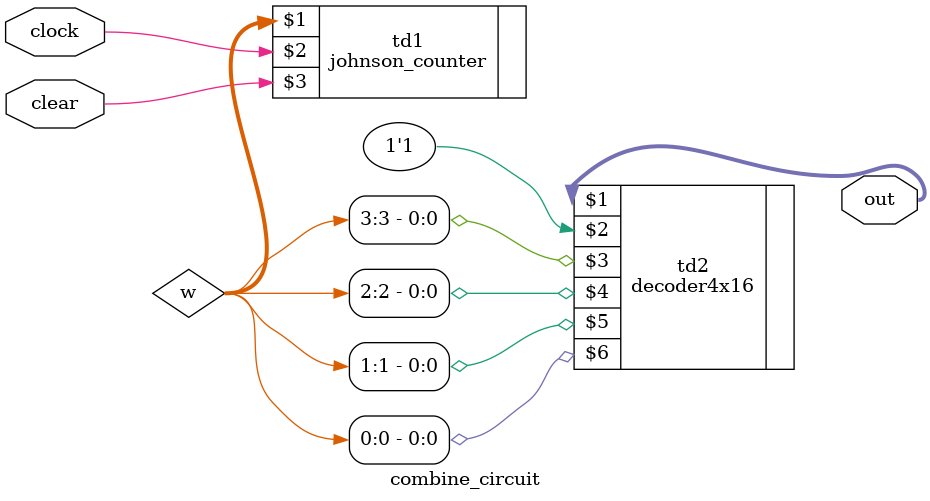
<source format=v>
module combine_circuit(out,clock,clear);  //reset and clear same thing.
input clock,clear;
output [15:0] out;
wire [3:0]w;
johnson_counter td1(w,clock,clear);
decoder4x16 td2(out,1'b1,w[3],w[2],w[1],w[0]);  //enable connect with vcc for ever.
endmodule
</source>
